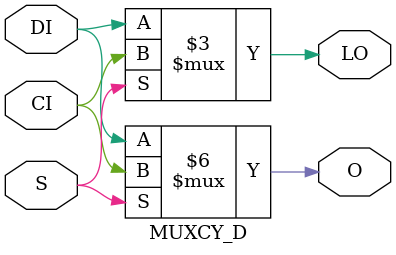
<source format=v>

`timescale  100 ps / 10 ps


module MUXCY_D (LO, O, CI, DI, S);

    output LO, O;
    reg    O, LO;

    input  CI, DI, S;

	always @(CI or DI or S) 
	    if (S) begin
		O <= CI;
                LO <= CI;
            end
	    else begin
		O <= DI;
                LO <= DI;
            end

endmodule


</source>
